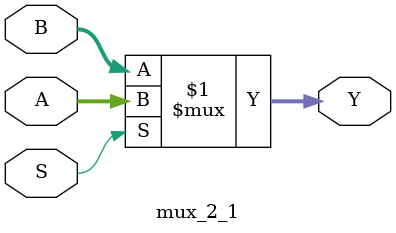
<source format=v>
`timescale 1ns / 1ps

module rca_4( input [3:0] A, B, input CIN, output [3:0] SUM, output CARRY);
    wire [3:0] I_CARRY;
    
    full_adder A1 (A[0], B[0], CIN, SUM[0], I_CARRY[0]);
    full_adder A2 (A[1], B[1], I_CARRY[0], SUM[1], I_CARRY[1]);
    full_adder A3 (A[2], B[2], I_CARRY[1], SUM[2], I_CARRY[2]);
    full_adder A4 (A[3], B[3], I_CARRY[2], SUM[3], I_CARRY[3]);
    
    assign CARRY = I_CARRY[3];

endmodule


module full_adder(
    input A,
    input B,
    input CIN,
    output SUM,
    output COUT
    );
    wire SUM1, CARRY1, CARRY2;
    half_adder INST1(A, B, SUM1, CARRY1);
    half_adder INST2(CIN, SUM1, SUM, CARRY2);
    assign COUT = CARRY1 | CARRY2;
      
endmodule

module half_adder(
    input A,
    input B,
    output SUM,
    output CARRY
    );
    assign SUM = A^B;
    assign CARRY = A&B;
endmodule

module mux_2_1( input [4:0] A, input [4:0] B, input S, output [4:0] Y);
    assign Y = S ? A : B;
endmodule
</source>
